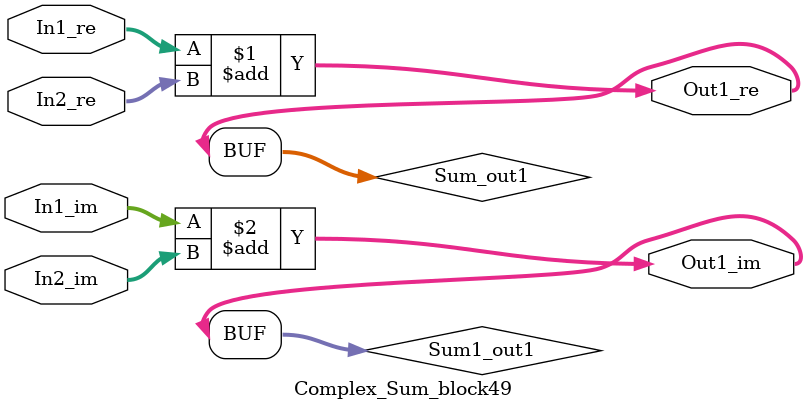
<source format=v>



`timescale 1 ns / 1 ns

module Complex_Sum_block49
          (In1_re,
           In1_im,
           In2_re,
           In2_im,
           Out1_re,
           Out1_im);


  input   signed [36:0] In1_re;  // sfix37_En22
  input   signed [36:0] In1_im;  // sfix37_En22
  input   signed [36:0] In2_re;  // sfix37_En22
  input   signed [36:0] In2_im;  // sfix37_En22
  output  signed [36:0] Out1_re;  // sfix37_En22
  output  signed [36:0] Out1_im;  // sfix37_En22


  wire signed [36:0] Sum_out1;  // sfix37_En22
  wire signed [36:0] Sum1_out1;  // sfix37_En22


  assign Sum_out1 = In1_re + In2_re;



  assign Out1_re = Sum_out1;

  assign Sum1_out1 = In1_im + In2_im;



  assign Out1_im = Sum1_out1;

endmodule  // Complex_Sum_block49


</source>
